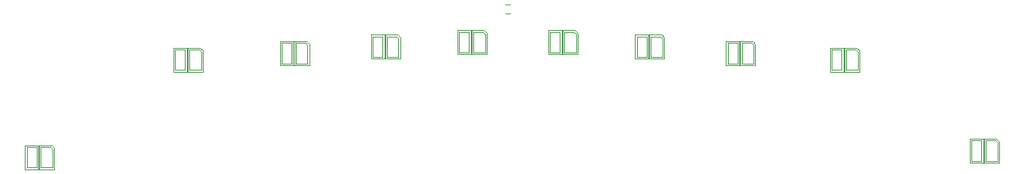
<source format=gbr>
%TF.GenerationSoftware,KiCad,Pcbnew,(5.1.7)-1*%
%TF.CreationDate,2021-05-03T22:05:59+02:00*%
%TF.ProjectId,KaszmirSensors,4b61737a-6d69-4725-9365-6e736f72732e,rev?*%
%TF.SameCoordinates,Original*%
%TF.FileFunction,Legend,Bot*%
%TF.FilePolarity,Positive*%
%FSLAX46Y46*%
G04 Gerber Fmt 4.6, Leading zero omitted, Abs format (unit mm)*
G04 Created by KiCad (PCBNEW (5.1.7)-1) date 2021-05-03 22:05:59*
%MOMM*%
%LPD*%
G01*
G04 APERTURE LIST*
%ADD10C,0.120000*%
G04 APERTURE END LIST*
D10*
%TO.C,U10*%
X85600000Y-108650000D02*
X85600000Y-106350000D01*
X86900000Y-108650000D02*
X85600000Y-108650000D01*
X86900000Y-106550000D02*
X86900000Y-108650000D01*
X86700000Y-106350000D02*
X86900000Y-106550000D01*
X85600000Y-106350000D02*
X86700000Y-106350000D01*
X85100000Y-108650000D02*
X84000000Y-108650000D01*
X85100000Y-106350000D02*
X85100000Y-108650000D01*
X84000000Y-106350000D02*
X85100000Y-106350000D01*
X85400000Y-108850000D02*
X85400000Y-106150000D01*
X85300000Y-108850000D02*
X85400000Y-108850000D01*
X85300000Y-106150000D02*
X85300000Y-108850000D01*
X84000000Y-106350000D02*
X84000000Y-108650000D01*
X87100000Y-106450000D02*
X86800000Y-106150000D01*
X87100000Y-108850000D02*
X87100000Y-106450000D01*
X83800000Y-108850000D02*
X87100000Y-108850000D01*
X83800000Y-106150000D02*
X83800000Y-108850000D01*
X86800000Y-106150000D02*
X83800000Y-106150000D01*
%TO.C,U9*%
X102350000Y-97650000D02*
X102350000Y-95350000D01*
X103650000Y-97650000D02*
X102350000Y-97650000D01*
X103650000Y-95550000D02*
X103650000Y-97650000D01*
X103450000Y-95350000D02*
X103650000Y-95550000D01*
X102350000Y-95350000D02*
X103450000Y-95350000D01*
X101850000Y-97650000D02*
X100750000Y-97650000D01*
X101850000Y-95350000D02*
X101850000Y-97650000D01*
X100750000Y-95350000D02*
X101850000Y-95350000D01*
X102150000Y-97850000D02*
X102150000Y-95150000D01*
X102050000Y-97850000D02*
X102150000Y-97850000D01*
X102050000Y-95150000D02*
X102050000Y-97850000D01*
X100750000Y-95350000D02*
X100750000Y-97650000D01*
X103850000Y-95450000D02*
X103550000Y-95150000D01*
X103850000Y-97850000D02*
X103850000Y-95450000D01*
X100550000Y-97850000D02*
X103850000Y-97850000D01*
X100550000Y-95150000D02*
X100550000Y-97850000D01*
X103550000Y-95150000D02*
X100550000Y-95150000D01*
%TO.C,U8*%
X114350000Y-96900000D02*
X114350000Y-94600000D01*
X115650000Y-96900000D02*
X114350000Y-96900000D01*
X115650000Y-94800000D02*
X115650000Y-96900000D01*
X115450000Y-94600000D02*
X115650000Y-94800000D01*
X114350000Y-94600000D02*
X115450000Y-94600000D01*
X113850000Y-96900000D02*
X112750000Y-96900000D01*
X113850000Y-94600000D02*
X113850000Y-96900000D01*
X112750000Y-94600000D02*
X113850000Y-94600000D01*
X114150000Y-97100000D02*
X114150000Y-94400000D01*
X114050000Y-97100000D02*
X114150000Y-97100000D01*
X114050000Y-94400000D02*
X114050000Y-97100000D01*
X112750000Y-94600000D02*
X112750000Y-96900000D01*
X115850000Y-94700000D02*
X115550000Y-94400000D01*
X115850000Y-97100000D02*
X115850000Y-94700000D01*
X112550000Y-97100000D02*
X115850000Y-97100000D01*
X112550000Y-94400000D02*
X112550000Y-97100000D01*
X115550000Y-94400000D02*
X112550000Y-94400000D01*
%TO.C,U7*%
X124600000Y-96150000D02*
X124600000Y-93850000D01*
X125900000Y-96150000D02*
X124600000Y-96150000D01*
X125900000Y-94050000D02*
X125900000Y-96150000D01*
X125700000Y-93850000D02*
X125900000Y-94050000D01*
X124600000Y-93850000D02*
X125700000Y-93850000D01*
X124100000Y-96150000D02*
X123000000Y-96150000D01*
X124100000Y-93850000D02*
X124100000Y-96150000D01*
X123000000Y-93850000D02*
X124100000Y-93850000D01*
X124400000Y-96350000D02*
X124400000Y-93650000D01*
X124300000Y-96350000D02*
X124400000Y-96350000D01*
X124300000Y-93650000D02*
X124300000Y-96350000D01*
X123000000Y-93850000D02*
X123000000Y-96150000D01*
X126100000Y-93950000D02*
X125800000Y-93650000D01*
X126100000Y-96350000D02*
X126100000Y-93950000D01*
X122800000Y-96350000D02*
X126100000Y-96350000D01*
X122800000Y-93650000D02*
X122800000Y-96350000D01*
X125800000Y-93650000D02*
X122800000Y-93650000D01*
%TO.C,U6*%
X134350000Y-95650000D02*
X134350000Y-93350000D01*
X135650000Y-95650000D02*
X134350000Y-95650000D01*
X135650000Y-93550000D02*
X135650000Y-95650000D01*
X135450000Y-93350000D02*
X135650000Y-93550000D01*
X134350000Y-93350000D02*
X135450000Y-93350000D01*
X133850000Y-95650000D02*
X132750000Y-95650000D01*
X133850000Y-93350000D02*
X133850000Y-95650000D01*
X132750000Y-93350000D02*
X133850000Y-93350000D01*
X134150000Y-95850000D02*
X134150000Y-93150000D01*
X134050000Y-95850000D02*
X134150000Y-95850000D01*
X134050000Y-93150000D02*
X134050000Y-95850000D01*
X132750000Y-93350000D02*
X132750000Y-95650000D01*
X135850000Y-93450000D02*
X135550000Y-93150000D01*
X135850000Y-95850000D02*
X135850000Y-93450000D01*
X132550000Y-95850000D02*
X135850000Y-95850000D01*
X132550000Y-93150000D02*
X132550000Y-95850000D01*
X135550000Y-93150000D02*
X132550000Y-93150000D01*
%TO.C,U5*%
X144600000Y-95650000D02*
X144600000Y-93350000D01*
X145900000Y-95650000D02*
X144600000Y-95650000D01*
X145900000Y-93550000D02*
X145900000Y-95650000D01*
X145700000Y-93350000D02*
X145900000Y-93550000D01*
X144600000Y-93350000D02*
X145700000Y-93350000D01*
X144100000Y-95650000D02*
X143000000Y-95650000D01*
X144100000Y-93350000D02*
X144100000Y-95650000D01*
X143000000Y-93350000D02*
X144100000Y-93350000D01*
X144400000Y-95850000D02*
X144400000Y-93150000D01*
X144300000Y-95850000D02*
X144400000Y-95850000D01*
X144300000Y-93150000D02*
X144300000Y-95850000D01*
X143000000Y-93350000D02*
X143000000Y-95650000D01*
X146100000Y-93450000D02*
X145800000Y-93150000D01*
X146100000Y-95850000D02*
X146100000Y-93450000D01*
X142800000Y-95850000D02*
X146100000Y-95850000D01*
X142800000Y-93150000D02*
X142800000Y-95850000D01*
X145800000Y-93150000D02*
X142800000Y-93150000D01*
%TO.C,U4*%
X154350000Y-96150000D02*
X154350000Y-93850000D01*
X155650000Y-96150000D02*
X154350000Y-96150000D01*
X155650000Y-94050000D02*
X155650000Y-96150000D01*
X155450000Y-93850000D02*
X155650000Y-94050000D01*
X154350000Y-93850000D02*
X155450000Y-93850000D01*
X153850000Y-96150000D02*
X152750000Y-96150000D01*
X153850000Y-93850000D02*
X153850000Y-96150000D01*
X152750000Y-93850000D02*
X153850000Y-93850000D01*
X154150000Y-96350000D02*
X154150000Y-93650000D01*
X154050000Y-96350000D02*
X154150000Y-96350000D01*
X154050000Y-93650000D02*
X154050000Y-96350000D01*
X152750000Y-93850000D02*
X152750000Y-96150000D01*
X155850000Y-93950000D02*
X155550000Y-93650000D01*
X155850000Y-96350000D02*
X155850000Y-93950000D01*
X152550000Y-96350000D02*
X155850000Y-96350000D01*
X152550000Y-93650000D02*
X152550000Y-96350000D01*
X155550000Y-93650000D02*
X152550000Y-93650000D01*
%TO.C,U3*%
X164600000Y-96900000D02*
X164600000Y-94600000D01*
X165900000Y-96900000D02*
X164600000Y-96900000D01*
X165900000Y-94800000D02*
X165900000Y-96900000D01*
X165700000Y-94600000D02*
X165900000Y-94800000D01*
X164600000Y-94600000D02*
X165700000Y-94600000D01*
X164100000Y-96900000D02*
X163000000Y-96900000D01*
X164100000Y-94600000D02*
X164100000Y-96900000D01*
X163000000Y-94600000D02*
X164100000Y-94600000D01*
X164400000Y-97100000D02*
X164400000Y-94400000D01*
X164300000Y-97100000D02*
X164400000Y-97100000D01*
X164300000Y-94400000D02*
X164300000Y-97100000D01*
X163000000Y-94600000D02*
X163000000Y-96900000D01*
X166100000Y-94700000D02*
X165800000Y-94400000D01*
X166100000Y-97100000D02*
X166100000Y-94700000D01*
X162800000Y-97100000D02*
X166100000Y-97100000D01*
X162800000Y-94400000D02*
X162800000Y-97100000D01*
X165800000Y-94400000D02*
X162800000Y-94400000D01*
%TO.C,U2*%
X176350000Y-97650000D02*
X176350000Y-95350000D01*
X177650000Y-97650000D02*
X176350000Y-97650000D01*
X177650000Y-95550000D02*
X177650000Y-97650000D01*
X177450000Y-95350000D02*
X177650000Y-95550000D01*
X176350000Y-95350000D02*
X177450000Y-95350000D01*
X175850000Y-97650000D02*
X174750000Y-97650000D01*
X175850000Y-95350000D02*
X175850000Y-97650000D01*
X174750000Y-95350000D02*
X175850000Y-95350000D01*
X176150000Y-97850000D02*
X176150000Y-95150000D01*
X176050000Y-97850000D02*
X176150000Y-97850000D01*
X176050000Y-95150000D02*
X176050000Y-97850000D01*
X174750000Y-95350000D02*
X174750000Y-97650000D01*
X177850000Y-95450000D02*
X177550000Y-95150000D01*
X177850000Y-97850000D02*
X177850000Y-95450000D01*
X174550000Y-97850000D02*
X177850000Y-97850000D01*
X174550000Y-95150000D02*
X174550000Y-97850000D01*
X177550000Y-95150000D02*
X174550000Y-95150000D01*
%TO.C,U1*%
X192100000Y-107900000D02*
X192100000Y-105600000D01*
X193400000Y-107900000D02*
X192100000Y-107900000D01*
X193400000Y-105800000D02*
X193400000Y-107900000D01*
X193200000Y-105600000D02*
X193400000Y-105800000D01*
X192100000Y-105600000D02*
X193200000Y-105600000D01*
X191600000Y-107900000D02*
X190500000Y-107900000D01*
X191600000Y-105600000D02*
X191600000Y-107900000D01*
X190500000Y-105600000D02*
X191600000Y-105600000D01*
X191900000Y-108100000D02*
X191900000Y-105400000D01*
X191800000Y-108100000D02*
X191900000Y-108100000D01*
X191800000Y-105400000D02*
X191800000Y-108100000D01*
X190500000Y-105600000D02*
X190500000Y-107900000D01*
X193600000Y-105700000D02*
X193300000Y-105400000D01*
X193600000Y-108100000D02*
X193600000Y-105700000D01*
X190300000Y-108100000D02*
X193600000Y-108100000D01*
X190300000Y-105400000D02*
X190300000Y-108100000D01*
X193300000Y-105400000D02*
X190300000Y-105400000D01*
%TO.C,R3*%
X138012742Y-90227500D02*
X138487258Y-90227500D01*
X138012742Y-91272500D02*
X138487258Y-91272500D01*
%TD*%
M02*

</source>
